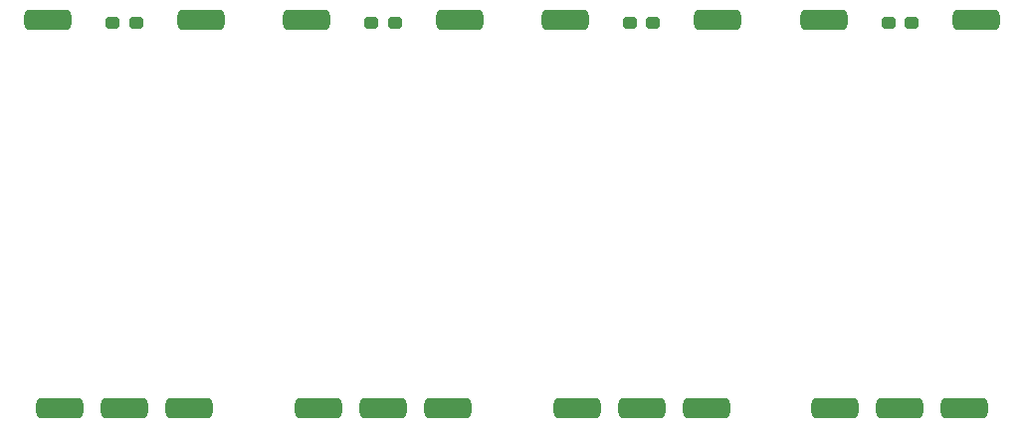
<source format=gbr>
%TF.GenerationSoftware,KiCad,Pcbnew,7.0.7*%
%TF.CreationDate,2024-06-20T17:34:35-04:00*%
%TF.ProjectId,Thruster_Control_Card,54687275-7374-4657-925f-436f6e74726f,rev?*%
%TF.SameCoordinates,Original*%
%TF.FileFunction,Paste,Bot*%
%TF.FilePolarity,Positive*%
%FSLAX46Y46*%
G04 Gerber Fmt 4.6, Leading zero omitted, Abs format (unit mm)*
G04 Created by KiCad (PCBNEW 7.0.7) date 2024-06-20 17:34:35*
%MOMM*%
%LPD*%
G01*
G04 APERTURE LIST*
G04 Aperture macros list*
%AMRoundRect*
0 Rectangle with rounded corners*
0 $1 Rounding radius*
0 $2 $3 $4 $5 $6 $7 $8 $9 X,Y pos of 4 corners*
0 Add a 4 corners polygon primitive as box body*
4,1,4,$2,$3,$4,$5,$6,$7,$8,$9,$2,$3,0*
0 Add four circle primitives for the rounded corners*
1,1,$1+$1,$2,$3*
1,1,$1+$1,$4,$5*
1,1,$1+$1,$6,$7*
1,1,$1+$1,$8,$9*
0 Add four rect primitives between the rounded corners*
20,1,$1+$1,$2,$3,$4,$5,0*
20,1,$1+$1,$4,$5,$6,$7,0*
20,1,$1+$1,$6,$7,$8,$9,0*
20,1,$1+$1,$8,$9,$2,$3,0*%
G04 Aperture macros list end*
%ADD10RoundRect,0.437500X1.562500X0.437500X-1.562500X0.437500X-1.562500X-0.437500X1.562500X-0.437500X0*%
%ADD11RoundRect,0.250000X0.350000X0.250000X-0.350000X0.250000X-0.350000X-0.250000X0.350000X-0.250000X0*%
G04 APERTURE END LIST*
D10*
%TO.C,U2*%
X199000000Y-56900000D03*
X186000000Y-56900000D03*
X198000000Y-90000000D03*
X192500000Y-90000000D03*
X187000000Y-90000000D03*
D11*
X193500000Y-57150000D03*
X191500000Y-57150000D03*
%TD*%
D10*
%TO.C,U1*%
X177000000Y-56900000D03*
X164000000Y-56900000D03*
X176000000Y-90000000D03*
X170500000Y-90000000D03*
X165000000Y-90000000D03*
D11*
X171500000Y-57150000D03*
X169500000Y-57150000D03*
%TD*%
D10*
%TO.C,U4*%
X243000000Y-56900000D03*
X230000000Y-56900000D03*
X242000000Y-90000000D03*
X236500000Y-90000000D03*
X231000000Y-90000000D03*
D11*
X237500000Y-57150000D03*
X235500000Y-57150000D03*
%TD*%
D10*
%TO.C,U3*%
X221000000Y-56900000D03*
X208000000Y-56900000D03*
X220000000Y-90000000D03*
X214500000Y-90000000D03*
X209000000Y-90000000D03*
D11*
X215500000Y-57150000D03*
X213500000Y-57150000D03*
%TD*%
M02*

</source>
